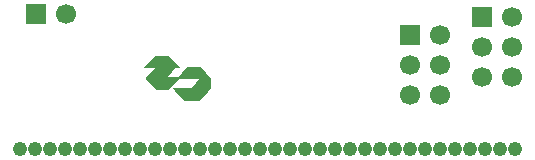
<source format=gbr>
G04 DipTrace 3.0.0.2*
G04 BottomMask.gbr*
%MOIN*%
G04 #@! TF.FileFunction,Soldermask,Bot*
G04 #@! TF.Part,Single*
%AMOUTLINE16*
4,1,4,
-0.060463,-0.021301,
0.060463,-0.021301,
0.019598,0.021301,
-0.019599,0.021301,
-0.060463,-0.021301,
0*%
%AMOUTLINE19*
4,1,7,
0.061779,0.03539,
0.024909,0.03539,
-0.001781,0.007566,
-0.067152,0.007566,
-0.025945,-0.03539,
0.02581,-0.03539,
0.061861,0.002193,
0.061779,0.03539,
0*%
%AMOUTLINE22*
4,1,4,
-0.063035,-0.021301,
0.063022,-0.021301,
0.022158,0.021301,
-0.022086,0.021301,
-0.063035,-0.021301,
0*%
%AMOUTLINE25*
4,1,8,
-0.055504,-0.001625,
-0.023113,-0.035391,
0.019636,-0.035391,
0.060744,0.007636,
0.015023,0.007636,
0.041311,0.035306,
-0.026671,0.035393,
-0.05538,0.005234,
-0.055504,-0.001625,
0*%
%ADD70C,0.066929*%
%ADD72R,0.066929X0.066929*%
%ADD84C,0.047874*%
%ADD103OUTLINE16*%
%ADD106OUTLINE19*%
%ADD109OUTLINE22*%
%ADD112OUTLINE25*%
%FSLAX26Y26*%
G04*
G70*
G90*
G75*
G01*
G04 BotMask*
%LPD*%
D84*
X2093701Y444672D3*
X2043701Y444642D3*
X1993701Y444613D3*
X1943701Y444584D3*
X1893701Y444554D3*
X1843701Y444525D3*
X1793701Y444495D3*
X1743701Y444466D3*
X1693701Y444436D3*
X1643701Y444407D3*
X1593701Y444378D3*
X1543701Y444348D3*
X1493701Y444319D3*
X1443701Y444289D3*
X1393701Y444260D3*
X1343701Y444231D3*
X1293701Y444201D3*
X1243701Y444172D3*
X1193701Y444142D3*
X1143701Y444113D3*
X1093701Y444084D3*
X1043701Y444054D3*
X993701Y444025D3*
X943701Y443995D3*
X893701Y443966D3*
X843701Y443936D3*
X793701Y443907D3*
X743701Y443878D3*
X693701Y443848D3*
X643701Y443819D3*
X593701Y443789D3*
X543701Y443760D3*
X493701Y443731D3*
X443701Y443701D3*
D72*
X1982701Y882672D3*
D70*
X2082701D3*
X1982701Y782672D3*
X2082701D3*
X1982701Y682672D3*
X2082701D3*
D72*
X1742701Y822672D3*
D70*
X1842701D3*
X1742701Y722672D3*
X1842701D3*
X1742701Y622672D3*
X1842701D3*
D72*
X498701Y893701D3*
D70*
X598701D3*
D103*
X1023701Y697701D3*
D106*
X1016876Y641911D3*
D109*
X918680Y732428D3*
D112*
X920932Y676638D3*
M02*

</source>
